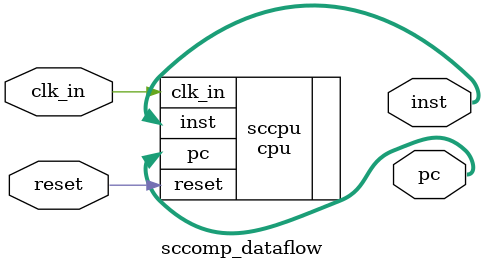
<source format=v>
`timescale 1ns / 1ps

module sccomp_dataflow(
    input clk_in,
    input reset,
    //
    
    //
    output [31:0] inst,
    output [31:0] pc
    );
    /**/
    cpu sccpu(.clk_in(clk_in),
        .reset(reset),
        .pc(pc),
        .inst(inst));
endmodule

</source>
